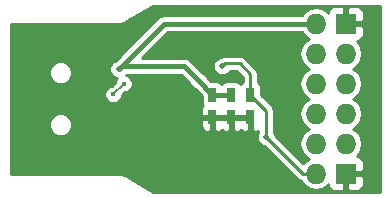
<source format=gbl>
G04 #@! TF.FileFunction,Copper,L2,Bot,Signal*
%FSLAX46Y46*%
G04 Gerber Fmt 4.6, Leading zero omitted, Abs format (unit mm)*
G04 Created by KiCad (PCBNEW 4.0.1-product) date Wed 24 Feb 2016 04:31:22 PM PST*
%MOMM*%
G01*
G04 APERTURE LIST*
%ADD10C,0.100000*%
%ADD11R,0.750000X1.200000*%
%ADD12O,1.727200X1.727200*%
%ADD13R,1.727200X1.727200*%
%ADD14C,0.500000*%
%ADD15C,0.440000*%
%ADD16C,0.400000*%
%ADD17C,0.250000*%
%ADD18C,0.160000*%
%ADD19C,0.254000*%
G04 APERTURE END LIST*
D10*
D11*
X87700000Y-48650000D03*
X87700000Y-50550000D03*
X89300000Y-48650000D03*
X89300000Y-50550000D03*
X90900000Y-48650000D03*
X90900000Y-50550000D03*
D12*
X96460000Y-55330000D03*
D13*
X99000000Y-55330000D03*
D12*
X96460000Y-52790000D03*
X99000000Y-52790000D03*
X96460000Y-50250000D03*
X99000000Y-50250000D03*
X96460000Y-47710000D03*
X99000000Y-47710000D03*
X96460000Y-45170000D03*
X99000000Y-45170000D03*
X96460000Y-42630000D03*
D13*
X99000000Y-42630000D03*
D14*
X86500000Y-47450000D03*
X79750000Y-46500000D03*
D15*
X86750000Y-52750000D03*
X90500000Y-45250000D03*
D14*
X92250000Y-52250000D03*
X88500000Y-46250000D03*
D15*
X80200000Y-47709990D03*
X79300000Y-48630010D03*
D16*
X85300000Y-46250000D02*
X86500000Y-47450000D01*
X86500000Y-47450000D02*
X87700000Y-48650000D01*
X96460000Y-42630000D02*
X83620000Y-42630000D01*
X83620000Y-42630000D02*
X79750000Y-46500000D01*
X87700000Y-48650000D02*
X89300000Y-48650000D01*
X80000000Y-46250000D02*
X85300000Y-46250000D01*
X79750000Y-46500000D02*
X80000000Y-46250000D01*
D17*
X92250000Y-52250000D02*
X92250000Y-50000000D01*
X92250000Y-50000000D02*
X90900000Y-48650000D01*
X95330000Y-55330000D02*
X92250000Y-52250000D01*
X96460000Y-55330000D02*
X95330000Y-55330000D01*
X90000000Y-46000000D02*
X90900000Y-46900000D01*
X90900000Y-46900000D02*
X90900000Y-48650000D01*
X88750000Y-46000000D02*
X90000000Y-46000000D01*
X88500000Y-46250000D02*
X88750000Y-46000000D01*
D18*
X79300000Y-48630010D02*
X79300000Y-48609990D01*
X79300000Y-48609990D02*
X80200000Y-47709990D01*
D19*
G36*
X101873000Y-56873000D02*
X82673669Y-56873000D01*
X80322589Y-55462352D01*
X80278704Y-55446627D01*
X80239943Y-55420728D01*
X80164600Y-55405741D01*
X80092284Y-55379829D01*
X80045723Y-55382095D01*
X80000000Y-55373000D01*
X70627000Y-55373000D01*
X70627000Y-51393041D01*
X73874151Y-51393041D01*
X74022513Y-51752105D01*
X74296990Y-52027061D01*
X74655794Y-52176050D01*
X75044301Y-52176389D01*
X75403365Y-52028027D01*
X75678321Y-51753550D01*
X75827310Y-51394746D01*
X75827649Y-51006239D01*
X75757205Y-50835750D01*
X86690000Y-50835750D01*
X86690000Y-51276309D01*
X86786673Y-51509698D01*
X86965301Y-51688327D01*
X87198690Y-51785000D01*
X87414250Y-51785000D01*
X87573000Y-51626250D01*
X87573000Y-50677000D01*
X87827000Y-50677000D01*
X87827000Y-51626250D01*
X87985750Y-51785000D01*
X88201310Y-51785000D01*
X88434699Y-51688327D01*
X88500000Y-51623026D01*
X88565301Y-51688327D01*
X88798690Y-51785000D01*
X89014250Y-51785000D01*
X89173000Y-51626250D01*
X89173000Y-50677000D01*
X89427000Y-50677000D01*
X89427000Y-51626250D01*
X89585750Y-51785000D01*
X89801310Y-51785000D01*
X90034699Y-51688327D01*
X90100000Y-51623026D01*
X90165301Y-51688327D01*
X90398690Y-51785000D01*
X90614250Y-51785000D01*
X90773000Y-51626250D01*
X90773000Y-50677000D01*
X89427000Y-50677000D01*
X89173000Y-50677000D01*
X87827000Y-50677000D01*
X87573000Y-50677000D01*
X86848750Y-50677000D01*
X86690000Y-50835750D01*
X75757205Y-50835750D01*
X75679287Y-50647175D01*
X75404810Y-50372219D01*
X75046006Y-50223230D01*
X74657499Y-50222891D01*
X74298435Y-50371253D01*
X74023479Y-50645730D01*
X73874490Y-51004534D01*
X73874151Y-51393041D01*
X70627000Y-51393041D01*
X70627000Y-48777946D01*
X78552870Y-48777946D01*
X78666355Y-49052599D01*
X78876306Y-49262917D01*
X79150761Y-49376880D01*
X79447936Y-49377140D01*
X79722589Y-49263655D01*
X79932907Y-49053704D01*
X80046870Y-48779249D01*
X80046921Y-48721497D01*
X80311330Y-48457088D01*
X80347936Y-48457120D01*
X80622589Y-48343635D01*
X80832907Y-48133684D01*
X80946870Y-47859229D01*
X80947130Y-47562054D01*
X80833645Y-47287401D01*
X80623694Y-47077083D01*
X80382666Y-46977000D01*
X84998866Y-46977000D01*
X85791253Y-47769386D01*
X85840908Y-47889560D01*
X86059290Y-48108324D01*
X86180536Y-48158670D01*
X86787676Y-48765809D01*
X86787676Y-49250000D01*
X86828577Y-49455625D01*
X86865737Y-49511238D01*
X86786673Y-49590302D01*
X86690000Y-49823691D01*
X86690000Y-50264250D01*
X86848750Y-50423000D01*
X87573000Y-50423000D01*
X87573000Y-50403000D01*
X87827000Y-50403000D01*
X87827000Y-50423000D01*
X89173000Y-50423000D01*
X89173000Y-50403000D01*
X89427000Y-50403000D01*
X89427000Y-50423000D01*
X90773000Y-50423000D01*
X90773000Y-50403000D01*
X91027000Y-50403000D01*
X91027000Y-50423000D01*
X91047000Y-50423000D01*
X91047000Y-50677000D01*
X91027000Y-50677000D01*
X91027000Y-51626250D01*
X91185750Y-51785000D01*
X91401310Y-51785000D01*
X91598000Y-51703528D01*
X91598000Y-51802977D01*
X91591676Y-51809290D01*
X91473135Y-52094767D01*
X91472866Y-52403877D01*
X91590908Y-52689560D01*
X91809290Y-52908324D01*
X92094767Y-53026865D01*
X92104806Y-53026874D01*
X94868964Y-55791031D01*
X94868966Y-55791034D01*
X95010302Y-55885471D01*
X95080491Y-55932370D01*
X95222889Y-55960695D01*
X95476697Y-56340546D01*
X95927840Y-56641990D01*
X96460000Y-56747843D01*
X96992160Y-56641990D01*
X97443303Y-56340546D01*
X97501400Y-56253598D01*
X97501400Y-56319909D01*
X97598073Y-56553298D01*
X97776701Y-56731927D01*
X98010090Y-56828600D01*
X98714250Y-56828600D01*
X98873000Y-56669850D01*
X98873000Y-55457000D01*
X99127000Y-55457000D01*
X99127000Y-56669850D01*
X99285750Y-56828600D01*
X99989910Y-56828600D01*
X100223299Y-56731927D01*
X100401927Y-56553298D01*
X100498600Y-56319909D01*
X100498600Y-55615750D01*
X100339850Y-55457000D01*
X99127000Y-55457000D01*
X98873000Y-55457000D01*
X98853000Y-55457000D01*
X98853000Y-55203000D01*
X98873000Y-55203000D01*
X98873000Y-55183000D01*
X99127000Y-55183000D01*
X99127000Y-55203000D01*
X100339850Y-55203000D01*
X100498600Y-55044250D01*
X100498600Y-54340091D01*
X100401927Y-54106702D01*
X100223299Y-53928073D01*
X99989910Y-53831400D01*
X99937127Y-53831400D01*
X99983303Y-53800546D01*
X100284747Y-53349403D01*
X100390600Y-52817243D01*
X100390600Y-52762757D01*
X100284747Y-52230597D01*
X99983303Y-51779454D01*
X99595003Y-51520000D01*
X99983303Y-51260546D01*
X100284747Y-50809403D01*
X100390600Y-50277243D01*
X100390600Y-50222757D01*
X100284747Y-49690597D01*
X99983303Y-49239454D01*
X99595002Y-48980000D01*
X99983303Y-48720546D01*
X100284747Y-48269403D01*
X100390600Y-47737243D01*
X100390600Y-47682757D01*
X100284747Y-47150597D01*
X99983303Y-46699454D01*
X99595002Y-46440000D01*
X99983303Y-46180546D01*
X100284747Y-45729403D01*
X100390600Y-45197243D01*
X100390600Y-45142757D01*
X100284747Y-44610597D01*
X99983303Y-44159454D01*
X99937127Y-44128600D01*
X99989910Y-44128600D01*
X100223299Y-44031927D01*
X100401927Y-43853298D01*
X100498600Y-43619909D01*
X100498600Y-42915750D01*
X100339850Y-42757000D01*
X99127000Y-42757000D01*
X99127000Y-42777000D01*
X98873000Y-42777000D01*
X98873000Y-42757000D01*
X98853000Y-42757000D01*
X98853000Y-42503000D01*
X98873000Y-42503000D01*
X98873000Y-41290150D01*
X99127000Y-41290150D01*
X99127000Y-42503000D01*
X100339850Y-42503000D01*
X100498600Y-42344250D01*
X100498600Y-41640091D01*
X100401927Y-41406702D01*
X100223299Y-41228073D01*
X99989910Y-41131400D01*
X99285750Y-41131400D01*
X99127000Y-41290150D01*
X98873000Y-41290150D01*
X98714250Y-41131400D01*
X98010090Y-41131400D01*
X97776701Y-41228073D01*
X97598073Y-41406702D01*
X97501400Y-41640091D01*
X97501400Y-41706402D01*
X97443303Y-41619454D01*
X96992160Y-41318010D01*
X96460000Y-41212157D01*
X95927840Y-41318010D01*
X95476697Y-41619454D01*
X95287238Y-41903000D01*
X83620000Y-41903000D01*
X83341789Y-41958340D01*
X83105933Y-42115933D01*
X83105931Y-42115936D01*
X79430612Y-45791254D01*
X79310440Y-45840908D01*
X79091676Y-46059290D01*
X78973135Y-46344767D01*
X78972866Y-46653877D01*
X79090908Y-46939560D01*
X79309290Y-47158324D01*
X79581895Y-47271520D01*
X79567093Y-47286296D01*
X79453130Y-47560751D01*
X79453097Y-47598465D01*
X79168667Y-47882895D01*
X79152064Y-47882880D01*
X78877411Y-47996365D01*
X78667093Y-48206316D01*
X78553130Y-48480771D01*
X78552870Y-48777946D01*
X70627000Y-48777946D01*
X70627000Y-46993761D01*
X73874151Y-46993761D01*
X74022513Y-47352825D01*
X74296990Y-47627781D01*
X74655794Y-47776770D01*
X75044301Y-47777109D01*
X75403365Y-47628747D01*
X75678321Y-47354270D01*
X75827310Y-46995466D01*
X75827649Y-46606959D01*
X75679287Y-46247895D01*
X75404810Y-45972939D01*
X75046006Y-45823950D01*
X74657499Y-45823611D01*
X74298435Y-45971973D01*
X74023479Y-46246450D01*
X73874490Y-46605254D01*
X73874151Y-46993761D01*
X70627000Y-46993761D01*
X70627000Y-42627000D01*
X80000000Y-42627000D01*
X80045723Y-42617905D01*
X80092284Y-42620171D01*
X80164600Y-42594259D01*
X80239943Y-42579272D01*
X80278704Y-42553373D01*
X80322589Y-42537648D01*
X82673669Y-41127000D01*
X101873000Y-41127000D01*
X101873000Y-56873000D01*
X101873000Y-56873000D01*
G37*
X101873000Y-56873000D02*
X82673669Y-56873000D01*
X80322589Y-55462352D01*
X80278704Y-55446627D01*
X80239943Y-55420728D01*
X80164600Y-55405741D01*
X80092284Y-55379829D01*
X80045723Y-55382095D01*
X80000000Y-55373000D01*
X70627000Y-55373000D01*
X70627000Y-51393041D01*
X73874151Y-51393041D01*
X74022513Y-51752105D01*
X74296990Y-52027061D01*
X74655794Y-52176050D01*
X75044301Y-52176389D01*
X75403365Y-52028027D01*
X75678321Y-51753550D01*
X75827310Y-51394746D01*
X75827649Y-51006239D01*
X75757205Y-50835750D01*
X86690000Y-50835750D01*
X86690000Y-51276309D01*
X86786673Y-51509698D01*
X86965301Y-51688327D01*
X87198690Y-51785000D01*
X87414250Y-51785000D01*
X87573000Y-51626250D01*
X87573000Y-50677000D01*
X87827000Y-50677000D01*
X87827000Y-51626250D01*
X87985750Y-51785000D01*
X88201310Y-51785000D01*
X88434699Y-51688327D01*
X88500000Y-51623026D01*
X88565301Y-51688327D01*
X88798690Y-51785000D01*
X89014250Y-51785000D01*
X89173000Y-51626250D01*
X89173000Y-50677000D01*
X89427000Y-50677000D01*
X89427000Y-51626250D01*
X89585750Y-51785000D01*
X89801310Y-51785000D01*
X90034699Y-51688327D01*
X90100000Y-51623026D01*
X90165301Y-51688327D01*
X90398690Y-51785000D01*
X90614250Y-51785000D01*
X90773000Y-51626250D01*
X90773000Y-50677000D01*
X89427000Y-50677000D01*
X89173000Y-50677000D01*
X87827000Y-50677000D01*
X87573000Y-50677000D01*
X86848750Y-50677000D01*
X86690000Y-50835750D01*
X75757205Y-50835750D01*
X75679287Y-50647175D01*
X75404810Y-50372219D01*
X75046006Y-50223230D01*
X74657499Y-50222891D01*
X74298435Y-50371253D01*
X74023479Y-50645730D01*
X73874490Y-51004534D01*
X73874151Y-51393041D01*
X70627000Y-51393041D01*
X70627000Y-48777946D01*
X78552870Y-48777946D01*
X78666355Y-49052599D01*
X78876306Y-49262917D01*
X79150761Y-49376880D01*
X79447936Y-49377140D01*
X79722589Y-49263655D01*
X79932907Y-49053704D01*
X80046870Y-48779249D01*
X80046921Y-48721497D01*
X80311330Y-48457088D01*
X80347936Y-48457120D01*
X80622589Y-48343635D01*
X80832907Y-48133684D01*
X80946870Y-47859229D01*
X80947130Y-47562054D01*
X80833645Y-47287401D01*
X80623694Y-47077083D01*
X80382666Y-46977000D01*
X84998866Y-46977000D01*
X85791253Y-47769386D01*
X85840908Y-47889560D01*
X86059290Y-48108324D01*
X86180536Y-48158670D01*
X86787676Y-48765809D01*
X86787676Y-49250000D01*
X86828577Y-49455625D01*
X86865737Y-49511238D01*
X86786673Y-49590302D01*
X86690000Y-49823691D01*
X86690000Y-50264250D01*
X86848750Y-50423000D01*
X87573000Y-50423000D01*
X87573000Y-50403000D01*
X87827000Y-50403000D01*
X87827000Y-50423000D01*
X89173000Y-50423000D01*
X89173000Y-50403000D01*
X89427000Y-50403000D01*
X89427000Y-50423000D01*
X90773000Y-50423000D01*
X90773000Y-50403000D01*
X91027000Y-50403000D01*
X91027000Y-50423000D01*
X91047000Y-50423000D01*
X91047000Y-50677000D01*
X91027000Y-50677000D01*
X91027000Y-51626250D01*
X91185750Y-51785000D01*
X91401310Y-51785000D01*
X91598000Y-51703528D01*
X91598000Y-51802977D01*
X91591676Y-51809290D01*
X91473135Y-52094767D01*
X91472866Y-52403877D01*
X91590908Y-52689560D01*
X91809290Y-52908324D01*
X92094767Y-53026865D01*
X92104806Y-53026874D01*
X94868964Y-55791031D01*
X94868966Y-55791034D01*
X95010302Y-55885471D01*
X95080491Y-55932370D01*
X95222889Y-55960695D01*
X95476697Y-56340546D01*
X95927840Y-56641990D01*
X96460000Y-56747843D01*
X96992160Y-56641990D01*
X97443303Y-56340546D01*
X97501400Y-56253598D01*
X97501400Y-56319909D01*
X97598073Y-56553298D01*
X97776701Y-56731927D01*
X98010090Y-56828600D01*
X98714250Y-56828600D01*
X98873000Y-56669850D01*
X98873000Y-55457000D01*
X99127000Y-55457000D01*
X99127000Y-56669850D01*
X99285750Y-56828600D01*
X99989910Y-56828600D01*
X100223299Y-56731927D01*
X100401927Y-56553298D01*
X100498600Y-56319909D01*
X100498600Y-55615750D01*
X100339850Y-55457000D01*
X99127000Y-55457000D01*
X98873000Y-55457000D01*
X98853000Y-55457000D01*
X98853000Y-55203000D01*
X98873000Y-55203000D01*
X98873000Y-55183000D01*
X99127000Y-55183000D01*
X99127000Y-55203000D01*
X100339850Y-55203000D01*
X100498600Y-55044250D01*
X100498600Y-54340091D01*
X100401927Y-54106702D01*
X100223299Y-53928073D01*
X99989910Y-53831400D01*
X99937127Y-53831400D01*
X99983303Y-53800546D01*
X100284747Y-53349403D01*
X100390600Y-52817243D01*
X100390600Y-52762757D01*
X100284747Y-52230597D01*
X99983303Y-51779454D01*
X99595003Y-51520000D01*
X99983303Y-51260546D01*
X100284747Y-50809403D01*
X100390600Y-50277243D01*
X100390600Y-50222757D01*
X100284747Y-49690597D01*
X99983303Y-49239454D01*
X99595002Y-48980000D01*
X99983303Y-48720546D01*
X100284747Y-48269403D01*
X100390600Y-47737243D01*
X100390600Y-47682757D01*
X100284747Y-47150597D01*
X99983303Y-46699454D01*
X99595002Y-46440000D01*
X99983303Y-46180546D01*
X100284747Y-45729403D01*
X100390600Y-45197243D01*
X100390600Y-45142757D01*
X100284747Y-44610597D01*
X99983303Y-44159454D01*
X99937127Y-44128600D01*
X99989910Y-44128600D01*
X100223299Y-44031927D01*
X100401927Y-43853298D01*
X100498600Y-43619909D01*
X100498600Y-42915750D01*
X100339850Y-42757000D01*
X99127000Y-42757000D01*
X99127000Y-42777000D01*
X98873000Y-42777000D01*
X98873000Y-42757000D01*
X98853000Y-42757000D01*
X98853000Y-42503000D01*
X98873000Y-42503000D01*
X98873000Y-41290150D01*
X99127000Y-41290150D01*
X99127000Y-42503000D01*
X100339850Y-42503000D01*
X100498600Y-42344250D01*
X100498600Y-41640091D01*
X100401927Y-41406702D01*
X100223299Y-41228073D01*
X99989910Y-41131400D01*
X99285750Y-41131400D01*
X99127000Y-41290150D01*
X98873000Y-41290150D01*
X98714250Y-41131400D01*
X98010090Y-41131400D01*
X97776701Y-41228073D01*
X97598073Y-41406702D01*
X97501400Y-41640091D01*
X97501400Y-41706402D01*
X97443303Y-41619454D01*
X96992160Y-41318010D01*
X96460000Y-41212157D01*
X95927840Y-41318010D01*
X95476697Y-41619454D01*
X95287238Y-41903000D01*
X83620000Y-41903000D01*
X83341789Y-41958340D01*
X83105933Y-42115933D01*
X83105931Y-42115936D01*
X79430612Y-45791254D01*
X79310440Y-45840908D01*
X79091676Y-46059290D01*
X78973135Y-46344767D01*
X78972866Y-46653877D01*
X79090908Y-46939560D01*
X79309290Y-47158324D01*
X79581895Y-47271520D01*
X79567093Y-47286296D01*
X79453130Y-47560751D01*
X79453097Y-47598465D01*
X79168667Y-47882895D01*
X79152064Y-47882880D01*
X78877411Y-47996365D01*
X78667093Y-48206316D01*
X78553130Y-48480771D01*
X78552870Y-48777946D01*
X70627000Y-48777946D01*
X70627000Y-46993761D01*
X73874151Y-46993761D01*
X74022513Y-47352825D01*
X74296990Y-47627781D01*
X74655794Y-47776770D01*
X75044301Y-47777109D01*
X75403365Y-47628747D01*
X75678321Y-47354270D01*
X75827310Y-46995466D01*
X75827649Y-46606959D01*
X75679287Y-46247895D01*
X75404810Y-45972939D01*
X75046006Y-45823950D01*
X74657499Y-45823611D01*
X74298435Y-45971973D01*
X74023479Y-46246450D01*
X73874490Y-46605254D01*
X73874151Y-46993761D01*
X70627000Y-46993761D01*
X70627000Y-42627000D01*
X80000000Y-42627000D01*
X80045723Y-42617905D01*
X80092284Y-42620171D01*
X80164600Y-42594259D01*
X80239943Y-42579272D01*
X80278704Y-42553373D01*
X80322589Y-42537648D01*
X82673669Y-41127000D01*
X101873000Y-41127000D01*
X101873000Y-56873000D01*
G36*
X95476697Y-43640546D02*
X95864997Y-43900000D01*
X95476697Y-44159454D01*
X95175253Y-44610597D01*
X95069400Y-45142757D01*
X95069400Y-45197243D01*
X95175253Y-45729403D01*
X95476697Y-46180546D01*
X95864997Y-46440000D01*
X95476697Y-46699454D01*
X95175253Y-47150597D01*
X95069400Y-47682757D01*
X95069400Y-47737243D01*
X95175253Y-48269403D01*
X95476697Y-48720546D01*
X95864997Y-48980000D01*
X95476697Y-49239454D01*
X95175253Y-49690597D01*
X95069400Y-50222757D01*
X95069400Y-50277243D01*
X95175253Y-50809403D01*
X95476697Y-51260546D01*
X95864998Y-51520000D01*
X95476697Y-51779454D01*
X95175253Y-52230597D01*
X95069400Y-52762757D01*
X95069400Y-52817243D01*
X95175253Y-53349403D01*
X95476697Y-53800546D01*
X95864998Y-54060000D01*
X95476697Y-54319454D01*
X95382499Y-54460432D01*
X93027126Y-52105058D01*
X93027134Y-52096123D01*
X92909092Y-51810440D01*
X92902000Y-51803336D01*
X92902000Y-50000000D01*
X92852369Y-49750490D01*
X92711034Y-49538966D01*
X92711031Y-49538964D01*
X91812324Y-48640256D01*
X91812324Y-48050000D01*
X91771423Y-47844375D01*
X91654945Y-47670055D01*
X91552000Y-47601269D01*
X91552000Y-46900000D01*
X91502369Y-46650490D01*
X91361034Y-46438966D01*
X91361031Y-46438964D01*
X90461034Y-45538966D01*
X90437139Y-45523000D01*
X90249510Y-45397631D01*
X90208113Y-45389396D01*
X90000000Y-45347999D01*
X89999995Y-45348000D01*
X88750000Y-45348000D01*
X88500490Y-45397631D01*
X88387838Y-45472902D01*
X88346123Y-45472866D01*
X88060440Y-45590908D01*
X87841676Y-45809290D01*
X87723135Y-46094767D01*
X87722866Y-46403877D01*
X87840908Y-46689560D01*
X88059290Y-46908324D01*
X88344767Y-47026865D01*
X88653877Y-47027134D01*
X88939560Y-46909092D01*
X89158324Y-46690710D01*
X89174398Y-46652000D01*
X89729932Y-46652000D01*
X90248000Y-47170067D01*
X90248000Y-47601269D01*
X90145055Y-47670055D01*
X90100000Y-47737484D01*
X90054945Y-47670055D01*
X89880625Y-47553577D01*
X89675000Y-47512676D01*
X88925000Y-47512676D01*
X88719375Y-47553577D01*
X88545055Y-47670055D01*
X88500000Y-47737484D01*
X88454945Y-47670055D01*
X88280625Y-47553577D01*
X88075000Y-47512676D01*
X87590810Y-47512676D01*
X87208746Y-47130613D01*
X87159092Y-47010440D01*
X86940710Y-46791676D01*
X86819463Y-46741329D01*
X85814067Y-45735933D01*
X85794511Y-45722866D01*
X85578211Y-45578340D01*
X85532052Y-45569158D01*
X85300000Y-45522999D01*
X85299995Y-45523000D01*
X81755134Y-45523000D01*
X83921133Y-43357000D01*
X95287238Y-43357000D01*
X95476697Y-43640546D01*
X95476697Y-43640546D01*
G37*
X95476697Y-43640546D02*
X95864997Y-43900000D01*
X95476697Y-44159454D01*
X95175253Y-44610597D01*
X95069400Y-45142757D01*
X95069400Y-45197243D01*
X95175253Y-45729403D01*
X95476697Y-46180546D01*
X95864997Y-46440000D01*
X95476697Y-46699454D01*
X95175253Y-47150597D01*
X95069400Y-47682757D01*
X95069400Y-47737243D01*
X95175253Y-48269403D01*
X95476697Y-48720546D01*
X95864997Y-48980000D01*
X95476697Y-49239454D01*
X95175253Y-49690597D01*
X95069400Y-50222757D01*
X95069400Y-50277243D01*
X95175253Y-50809403D01*
X95476697Y-51260546D01*
X95864998Y-51520000D01*
X95476697Y-51779454D01*
X95175253Y-52230597D01*
X95069400Y-52762757D01*
X95069400Y-52817243D01*
X95175253Y-53349403D01*
X95476697Y-53800546D01*
X95864998Y-54060000D01*
X95476697Y-54319454D01*
X95382499Y-54460432D01*
X93027126Y-52105058D01*
X93027134Y-52096123D01*
X92909092Y-51810440D01*
X92902000Y-51803336D01*
X92902000Y-50000000D01*
X92852369Y-49750490D01*
X92711034Y-49538966D01*
X92711031Y-49538964D01*
X91812324Y-48640256D01*
X91812324Y-48050000D01*
X91771423Y-47844375D01*
X91654945Y-47670055D01*
X91552000Y-47601269D01*
X91552000Y-46900000D01*
X91502369Y-46650490D01*
X91361034Y-46438966D01*
X91361031Y-46438964D01*
X90461034Y-45538966D01*
X90437139Y-45523000D01*
X90249510Y-45397631D01*
X90208113Y-45389396D01*
X90000000Y-45347999D01*
X89999995Y-45348000D01*
X88750000Y-45348000D01*
X88500490Y-45397631D01*
X88387838Y-45472902D01*
X88346123Y-45472866D01*
X88060440Y-45590908D01*
X87841676Y-45809290D01*
X87723135Y-46094767D01*
X87722866Y-46403877D01*
X87840908Y-46689560D01*
X88059290Y-46908324D01*
X88344767Y-47026865D01*
X88653877Y-47027134D01*
X88939560Y-46909092D01*
X89158324Y-46690710D01*
X89174398Y-46652000D01*
X89729932Y-46652000D01*
X90248000Y-47170067D01*
X90248000Y-47601269D01*
X90145055Y-47670055D01*
X90100000Y-47737484D01*
X90054945Y-47670055D01*
X89880625Y-47553577D01*
X89675000Y-47512676D01*
X88925000Y-47512676D01*
X88719375Y-47553577D01*
X88545055Y-47670055D01*
X88500000Y-47737484D01*
X88454945Y-47670055D01*
X88280625Y-47553577D01*
X88075000Y-47512676D01*
X87590810Y-47512676D01*
X87208746Y-47130613D01*
X87159092Y-47010440D01*
X86940710Y-46791676D01*
X86819463Y-46741329D01*
X85814067Y-45735933D01*
X85794511Y-45722866D01*
X85578211Y-45578340D01*
X85532052Y-45569158D01*
X85300000Y-45522999D01*
X85299995Y-45523000D01*
X81755134Y-45523000D01*
X83921133Y-43357000D01*
X95287238Y-43357000D01*
X95476697Y-43640546D01*
M02*

</source>
